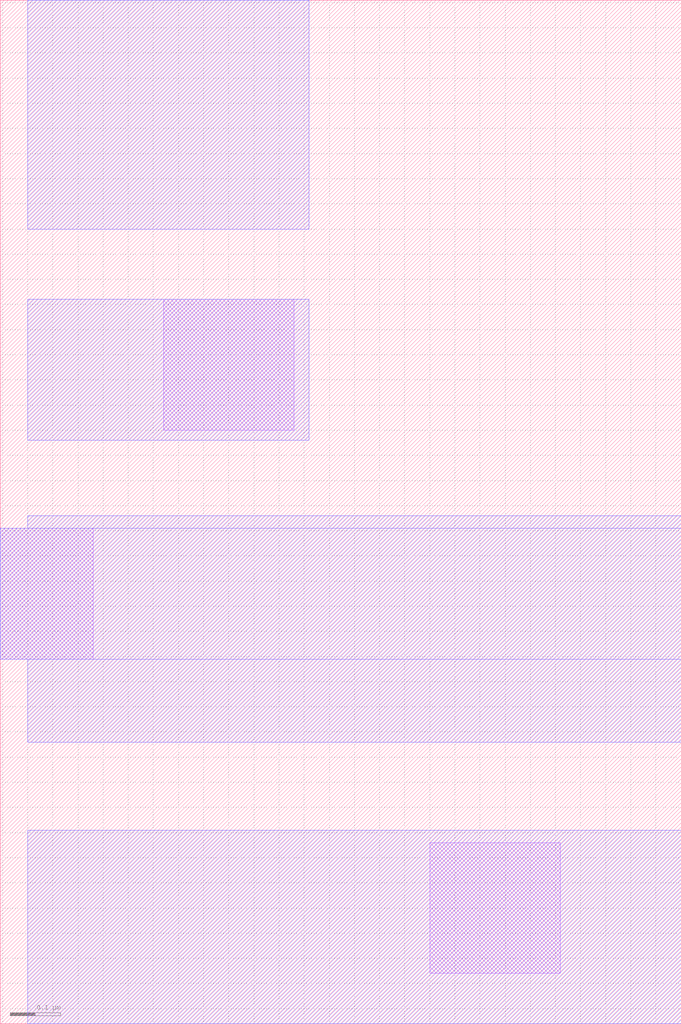
<source format=lef>
VERSION 5.7 ;
  NOWIREEXTENSIONATPIN ON ;
  DIVIDERCHAR "/" ;
  BUSBITCHARS "[]" ;
MACRO sky130_fd_bd_sram__sram_sp_corner_met2_b
  CLASS BLOCK ;
  FOREIGN sky130_fd_bd_sram__sram_sp_corner_met2_b ;
  ORIGIN 0.055 -0.020 ;
  SIZE 1.355 BY 2.035 ;
  OBS
      LAYER met1 ;
        RECT 0.270 1.200 0.530 1.460 ;
        RECT -0.055 0.745 0.130 1.005 ;
        RECT 0.800 0.120 1.060 0.380 ;
      LAYER met2 ;
        RECT 0.000 1.600 0.560 2.055 ;
        RECT 0.000 1.180 0.560 1.460 ;
        RECT 0.000 1.005 1.300 1.030 ;
        RECT -0.055 0.745 1.300 1.005 ;
        RECT 0.000 0.580 1.300 0.745 ;
        RECT 0.000 0.020 1.300 0.405 ;
  END
END sky130_fd_bd_sram__sram_sp_corner_met2_b
END LIBRARY


</source>
